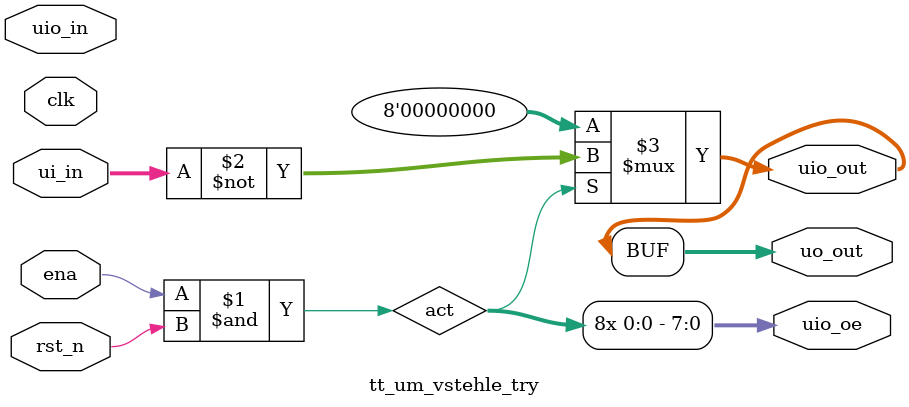
<source format=v>
module tt_um_vstehle_try (
    input  wire [7:0] ui_in,    // Dedicated inputs
    output wire [7:0] uo_out,   // Dedicated outputs
    input  wire [7:0] uio_in,   // IOs: Input path
    output wire [7:0] uio_out,  // IOs: Output path
    output wire [7:0] uio_oe,   // IOs: Enable path (active high: 0=input, 1=output)
    input  wire       ena,      // will go high when the design is enabled
    input  wire       clk,      // clock
    input  wire       rst_n     // reset_n - low to reset
);

	wire act = ena & rst_n;
	assign uo_out = act ? ~ui_in : 8'b00000000;
	assign uio_out = uo_out;
	assign uio_oe = {8{act}};

endmodule

</source>
